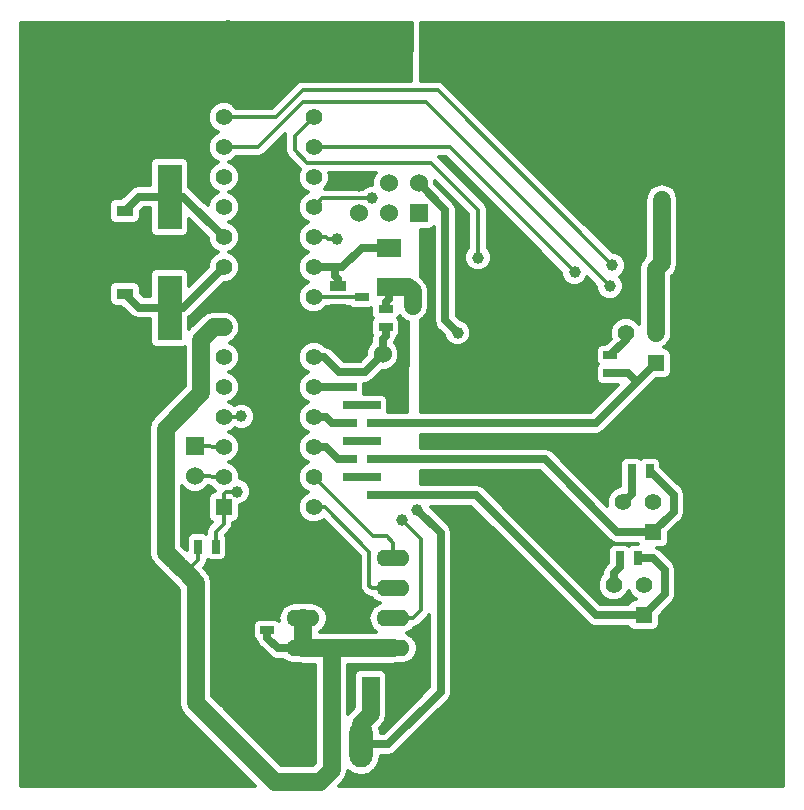
<source format=gbl>
G04 (created by PCBNEW (2013-jul-07)-stable) date pią, 2 gru 2016, 03:56:08*
%MOIN*%
G04 Gerber Fmt 3.4, Leading zero omitted, Abs format*
%FSLAX34Y34*%
G01*
G70*
G90*
G04 APERTURE LIST*
%ADD10C,0.00393701*%
%ADD11C,0.055*%
%ADD12R,0.055X0.055*%
%ADD13R,0.08X0.06*%
%ADD14R,0.06X0.08*%
%ADD15R,0.055X0.035*%
%ADD16R,0.045X0.025*%
%ADD17R,0.025X0.045*%
%ADD18R,0.0787X0.2165*%
%ADD19R,0.06X0.06*%
%ADD20C,0.06*%
%ADD21O,0.11X0.055*%
%ADD22O,0.078X0.156*%
%ADD23C,0.0354331*%
%ADD24C,0.0393701*%
%ADD25C,0.025*%
%ADD26C,0.0590551*%
%ADD27C,0.014*%
%ADD28C,0.011811*%
G04 APERTURE END LIST*
G54D10*
G54D11*
X78900Y-46900D03*
X78900Y-45900D03*
X78900Y-44900D03*
X78900Y-43900D03*
X78900Y-42900D03*
X78900Y-41900D03*
X78900Y-40900D03*
X78900Y-39900D03*
X78900Y-38900D03*
X78900Y-37900D03*
X78900Y-36900D03*
X78900Y-35900D03*
X78900Y-34900D03*
G54D12*
X78900Y-47900D03*
G54D11*
X81900Y-34900D03*
X81900Y-35900D03*
X81900Y-36900D03*
X81900Y-37900D03*
X81900Y-38900D03*
X81900Y-39900D03*
X81900Y-40900D03*
X81900Y-41900D03*
X81900Y-42900D03*
X81900Y-43900D03*
X81900Y-44900D03*
X81900Y-45900D03*
X81900Y-46900D03*
X81900Y-47900D03*
G54D12*
X93300Y-43100D03*
G54D11*
X93300Y-42100D03*
X92300Y-42100D03*
G54D12*
X93216Y-48728D03*
G54D11*
X93216Y-47728D03*
X92216Y-47728D03*
G54D12*
X92900Y-51500D03*
G54D11*
X92900Y-50500D03*
X91900Y-50500D03*
G54D13*
X84400Y-40550D03*
X84400Y-39250D03*
G54D14*
X83800Y-53950D03*
X82500Y-53950D03*
G54D15*
X75600Y-38025D03*
X75600Y-38775D03*
X75600Y-40775D03*
X75600Y-40025D03*
G54D16*
X91779Y-43436D03*
X91779Y-42836D03*
G54D17*
X93100Y-46700D03*
X92500Y-46700D03*
G54D16*
X83100Y-43900D03*
X83100Y-44500D03*
X83500Y-40900D03*
X83500Y-41500D03*
X83100Y-45100D03*
X83100Y-45700D03*
X83900Y-46300D03*
X83900Y-45700D03*
X83900Y-45100D03*
X83900Y-44500D03*
X80350Y-52000D03*
X80350Y-51400D03*
G54D17*
X78646Y-49212D03*
X78046Y-49212D03*
G54D16*
X84300Y-41900D03*
X84300Y-41300D03*
G54D17*
X92700Y-49600D03*
X92100Y-49600D03*
G54D16*
X83100Y-46300D03*
X83100Y-46900D03*
X83900Y-47500D03*
X83900Y-46900D03*
G54D18*
X77100Y-37550D03*
X77100Y-41250D03*
G54D19*
X85400Y-38100D03*
G54D20*
X85400Y-37100D03*
X84400Y-38100D03*
X84400Y-37100D03*
X83400Y-38100D03*
X83400Y-37100D03*
G54D19*
X77952Y-45850D03*
G54D20*
X77952Y-46850D03*
X77952Y-47850D03*
G54D19*
X83200Y-42800D03*
G54D20*
X84200Y-42800D03*
G54D21*
X81550Y-52600D03*
X81550Y-51600D03*
X81550Y-50600D03*
X81550Y-49600D03*
X84550Y-49600D03*
X84550Y-50600D03*
X84550Y-51600D03*
X84550Y-52600D03*
G54D22*
X83490Y-55800D03*
X81510Y-55800D03*
G54D15*
X82700Y-40525D03*
X82700Y-41275D03*
G54D23*
X89527Y-36692D03*
X78031Y-38818D03*
X78051Y-36515D03*
X88661Y-54330D03*
X73779Y-55275D03*
X77165Y-55118D03*
X79133Y-56889D03*
X80118Y-53937D03*
X75000Y-52362D03*
X72637Y-50393D03*
X76968Y-50787D03*
X79133Y-50787D03*
X83228Y-51417D03*
X84724Y-54330D03*
X86023Y-55708D03*
X87086Y-54015D03*
X85511Y-52125D03*
X88818Y-50944D03*
X88976Y-52519D03*
X91259Y-52598D03*
X93622Y-52125D03*
X91732Y-55708D03*
X90748Y-56692D03*
X93858Y-56929D03*
X97007Y-56377D03*
X95472Y-55511D03*
X95196Y-53937D03*
X96259Y-52755D03*
X97322Y-51417D03*
X94488Y-50000D03*
X94566Y-47007D03*
X89842Y-47480D03*
X87952Y-47007D03*
X90629Y-46062D03*
X85748Y-46850D03*
X85905Y-45669D03*
X80629Y-48425D03*
X76141Y-46456D03*
X74606Y-48228D03*
X72834Y-46259D03*
X72440Y-34409D03*
X72519Y-37716D03*
X72519Y-42440D03*
X74015Y-42440D03*
X75275Y-41732D03*
X74960Y-39212D03*
X76062Y-36929D03*
X75039Y-35905D03*
X73779Y-39133D03*
X73937Y-34960D03*
X74409Y-32125D03*
X75748Y-33149D03*
X76929Y-34488D03*
X80236Y-34094D03*
X80708Y-32992D03*
X79055Y-31811D03*
X83937Y-32834D03*
X80708Y-36141D03*
X79685Y-37716D03*
X77952Y-39763D03*
X81181Y-39763D03*
X84094Y-43858D03*
X85984Y-44251D03*
X87322Y-42834D03*
X87244Y-40708D03*
X85826Y-39448D03*
X86692Y-32992D03*
X86456Y-31889D03*
X87007Y-34015D03*
X88188Y-35354D03*
X89921Y-35354D03*
X90472Y-37244D03*
X89527Y-34094D03*
X88818Y-32913D03*
X90708Y-32125D03*
X94881Y-32362D03*
X97007Y-35118D03*
X93070Y-34645D03*
X94645Y-36929D03*
X95590Y-38188D03*
X97244Y-39763D03*
X96377Y-42204D03*
X92598Y-40314D03*
X90393Y-41496D03*
X88897Y-40000D03*
X91417Y-41574D03*
X89921Y-43385D03*
X90787Y-44409D03*
X94094Y-42992D03*
X94881Y-44330D03*
X74094Y-44724D03*
X86850Y-48661D03*
X86614Y-50551D03*
X96377Y-49133D03*
X80944Y-46377D03*
X97401Y-45275D03*
X81102Y-44803D03*
X80944Y-43228D03*
G54D24*
X86700Y-42083D03*
X85361Y-47988D03*
X93511Y-37648D03*
X85200Y-41200D03*
X90598Y-40065D03*
X75600Y-39400D03*
X83855Y-37604D03*
X79348Y-47378D03*
X82684Y-38963D03*
X91857Y-39829D03*
X87379Y-39573D03*
X91779Y-40537D03*
X84850Y-48333D03*
X79495Y-44868D03*
G54D25*
X91779Y-42836D02*
X92300Y-42315D01*
X92300Y-42315D02*
X92300Y-42100D01*
X92500Y-46700D02*
X92500Y-47444D01*
X92500Y-47444D02*
X92216Y-47728D01*
X83490Y-55800D02*
X84391Y-55800D01*
X86287Y-37987D02*
X85400Y-37100D01*
X86287Y-41669D02*
X86287Y-37987D01*
X86700Y-42083D02*
X86287Y-41669D01*
X86129Y-48756D02*
X85361Y-47988D01*
X86129Y-54061D02*
X86129Y-48756D01*
X84391Y-55800D02*
X86129Y-54061D01*
X91900Y-50500D02*
X91900Y-50100D01*
X92100Y-49900D02*
X92100Y-49600D01*
X91900Y-50100D02*
X92100Y-49900D01*
G54D26*
X83490Y-55800D02*
X83490Y-55110D01*
X83800Y-54800D02*
X83800Y-53950D01*
X83490Y-55110D02*
X83800Y-54800D01*
X93300Y-39962D02*
X93300Y-42100D01*
X93511Y-39750D02*
X93300Y-39962D01*
X93511Y-37648D02*
X93511Y-39750D01*
G54D27*
X81900Y-40900D02*
X83500Y-40900D01*
G54D25*
X82700Y-40525D02*
X82700Y-40300D01*
X82598Y-40198D02*
X82598Y-39900D01*
X82700Y-40300D02*
X82598Y-40198D01*
X81900Y-39900D02*
X82598Y-39900D01*
X82598Y-39900D02*
X82855Y-39900D01*
X83505Y-39250D02*
X84400Y-39250D01*
X82855Y-39900D02*
X83505Y-39250D01*
G54D26*
X81550Y-51600D02*
X81550Y-52600D01*
X78570Y-55020D02*
X77970Y-54420D01*
X77970Y-50410D02*
X77629Y-50070D01*
X77970Y-54420D02*
X77970Y-50410D01*
G54D27*
X78046Y-49212D02*
X78046Y-49653D01*
X78046Y-49653D02*
X77629Y-50070D01*
G54D25*
X80350Y-52000D02*
X80350Y-52250D01*
X80700Y-52600D02*
X81550Y-52600D01*
X80350Y-52250D02*
X80700Y-52600D01*
G54D26*
X82500Y-53950D02*
X82500Y-52600D01*
X81550Y-52600D02*
X82500Y-52600D01*
X82500Y-52600D02*
X84550Y-52600D01*
X82500Y-53950D02*
X82500Y-56650D01*
X82500Y-56650D02*
X82100Y-57050D01*
X82100Y-57050D02*
X80600Y-57050D01*
X80600Y-57050D02*
X78570Y-55020D01*
X78570Y-55020D02*
X78543Y-54993D01*
X77362Y-49803D02*
X77329Y-49770D01*
X77362Y-49803D02*
X77629Y-50070D01*
X78900Y-41900D02*
X78572Y-41900D01*
X76968Y-49409D02*
X77329Y-49770D01*
X76968Y-45275D02*
X76968Y-49409D01*
X78149Y-44094D02*
X76968Y-45275D01*
X78149Y-42322D02*
X78149Y-44094D01*
X78572Y-41900D02*
X78149Y-42322D01*
G54D25*
X84300Y-41300D02*
X84300Y-41050D01*
X84400Y-40950D02*
X84400Y-40550D01*
X84300Y-41050D02*
X84400Y-40950D01*
G54D26*
X85050Y-40550D02*
X84400Y-40550D01*
X85200Y-40700D02*
X85050Y-40550D01*
X85200Y-41200D02*
X85200Y-40700D01*
G54D27*
X86432Y-35900D02*
X81900Y-35900D01*
X90598Y-40065D02*
X86432Y-35900D01*
G54D25*
X82251Y-41900D02*
X82251Y-41723D01*
X82251Y-41723D02*
X82700Y-41275D01*
G54D26*
X81900Y-41900D02*
X81200Y-41900D01*
X80900Y-42200D02*
X80200Y-42200D01*
X81200Y-41900D02*
X80900Y-42200D01*
X81900Y-41900D02*
X82251Y-41900D01*
X82251Y-41900D02*
X82300Y-41900D01*
X82300Y-41900D02*
X83200Y-42800D01*
G54D25*
X80350Y-51400D02*
X80350Y-50600D01*
X80350Y-50600D02*
X80350Y-50650D01*
X80350Y-50650D02*
X80350Y-50600D01*
G54D26*
X81550Y-50600D02*
X80350Y-50600D01*
X80350Y-50600D02*
X79300Y-50600D01*
X81550Y-49600D02*
X81550Y-50600D01*
X78900Y-40900D02*
X79876Y-40900D01*
X79876Y-40900D02*
X80200Y-41223D01*
X80200Y-41223D02*
X80200Y-42200D01*
X79300Y-54500D02*
X79300Y-50600D01*
X81510Y-55800D02*
X80600Y-55800D01*
X80600Y-55800D02*
X79300Y-54500D01*
X79300Y-50600D02*
X79300Y-48800D01*
X80200Y-47900D02*
X80200Y-42200D01*
X79300Y-48800D02*
X80200Y-47900D01*
G54D25*
X75600Y-39400D02*
X75600Y-40025D01*
X75600Y-38775D02*
X75600Y-39400D01*
G54D27*
X82195Y-37604D02*
X81900Y-37900D01*
X82674Y-37604D02*
X82195Y-37604D01*
X83855Y-37604D02*
X82674Y-37604D01*
X78900Y-47462D02*
X78900Y-47900D01*
X79348Y-47378D02*
X78983Y-47378D01*
X78983Y-47378D02*
X78900Y-47462D01*
X78646Y-49212D02*
X78646Y-48715D01*
X78900Y-48462D02*
X78900Y-47900D01*
X78646Y-48715D02*
X78900Y-48462D01*
X82326Y-38900D02*
X81900Y-38900D01*
X82389Y-38963D02*
X82326Y-38900D01*
X82684Y-38963D02*
X82389Y-38963D01*
X78900Y-34900D02*
X80645Y-34900D01*
X86031Y-34002D02*
X91857Y-39829D01*
X81542Y-34002D02*
X86031Y-34002D01*
X80645Y-34900D02*
X81542Y-34002D01*
G54D25*
X84300Y-41900D02*
X84300Y-42190D01*
X84200Y-42290D02*
X84200Y-42800D01*
X84300Y-42190D02*
X84200Y-42290D01*
X81900Y-42900D02*
X82250Y-42900D01*
X83600Y-43400D02*
X84200Y-42800D01*
X82750Y-43400D02*
X83600Y-43400D01*
X82250Y-42900D02*
X82750Y-43400D01*
X81900Y-45900D02*
X82300Y-45900D01*
X82700Y-46300D02*
X83100Y-46300D01*
X82300Y-45900D02*
X82700Y-46300D01*
X81900Y-44900D02*
X82300Y-44900D01*
X82500Y-45100D02*
X83100Y-45100D01*
X82300Y-44900D02*
X82500Y-45100D01*
X81900Y-43900D02*
X82400Y-43900D01*
X82400Y-43900D02*
X83100Y-43900D01*
X75600Y-38025D02*
X76075Y-37550D01*
X76075Y-37550D02*
X77100Y-37550D01*
X78900Y-38900D02*
X77550Y-37550D01*
X77550Y-37550D02*
X77100Y-37550D01*
X93100Y-46700D02*
X93900Y-47500D01*
X93900Y-48044D02*
X93216Y-48728D01*
X93900Y-47500D02*
X93900Y-48044D01*
X83900Y-46300D02*
X89600Y-46300D01*
X92028Y-48728D02*
X93216Y-48728D01*
X89600Y-46300D02*
X92028Y-48728D01*
X92700Y-49600D02*
X93200Y-49600D01*
X93600Y-50800D02*
X92900Y-51500D01*
X93600Y-50000D02*
X93600Y-50800D01*
X93200Y-49600D02*
X93600Y-50000D01*
X83900Y-47500D02*
X87300Y-47500D01*
X91300Y-51500D02*
X92900Y-51500D01*
X87300Y-47500D02*
X91300Y-51500D01*
X83100Y-46900D02*
X83900Y-46900D01*
X83100Y-45700D02*
X83900Y-45700D01*
X83100Y-44500D02*
X83900Y-44500D01*
X75600Y-40775D02*
X76075Y-41250D01*
X76075Y-41250D02*
X77100Y-41250D01*
X78900Y-39900D02*
X77550Y-41250D01*
X77550Y-41250D02*
X77100Y-41250D01*
X92678Y-43721D02*
X92394Y-43436D01*
X92394Y-43436D02*
X91779Y-43436D01*
X83900Y-45100D02*
X91300Y-45100D01*
X91300Y-45100D02*
X92678Y-43721D01*
X92678Y-43721D02*
X93300Y-43100D01*
G54D27*
X81900Y-34900D02*
X81267Y-35532D01*
X87379Y-37988D02*
X87379Y-39573D01*
X85804Y-36413D02*
X87379Y-37988D01*
X81680Y-36413D02*
X85804Y-36413D01*
X81267Y-36000D02*
X81680Y-36413D01*
X81267Y-35532D02*
X81267Y-36000D01*
X77952Y-46850D02*
X78450Y-46850D01*
X78500Y-46900D02*
X78900Y-46900D01*
X78450Y-46850D02*
X78500Y-46900D01*
X84550Y-50600D02*
X83850Y-50600D01*
X82280Y-47900D02*
X81900Y-47900D01*
X83760Y-49380D02*
X82280Y-47900D01*
X83760Y-50510D02*
X83760Y-49380D01*
X83850Y-50600D02*
X83760Y-50510D01*
X81900Y-46900D02*
X83870Y-48870D01*
X84550Y-49080D02*
X84550Y-49600D01*
X84340Y-48870D02*
X84550Y-49080D01*
X83870Y-48870D02*
X84340Y-48870D01*
X78900Y-35900D02*
X80039Y-35900D01*
X85637Y-34396D02*
X91779Y-40537D01*
X81542Y-34396D02*
X85637Y-34396D01*
X80039Y-35900D02*
X81542Y-34396D01*
X77952Y-45850D02*
X78450Y-45850D01*
X78500Y-45900D02*
X78900Y-45900D01*
X78450Y-45850D02*
X78500Y-45900D01*
X85205Y-51600D02*
X85479Y-51325D01*
X85479Y-51325D02*
X85479Y-48963D01*
X85479Y-48963D02*
X84850Y-48333D01*
X79495Y-44868D02*
X79464Y-44900D01*
X78900Y-44900D02*
X79464Y-44900D01*
X85205Y-51600D02*
X84550Y-51600D01*
G54D10*
G36*
X78596Y-47347D02*
X78592Y-47369D01*
X78574Y-47369D01*
X78480Y-47407D01*
X78408Y-47479D01*
X78369Y-47573D01*
X78369Y-47675D01*
X78369Y-48225D01*
X78407Y-48319D01*
X78479Y-48391D01*
X78500Y-48400D01*
X78416Y-48485D01*
X78345Y-48591D01*
X78320Y-48715D01*
X78320Y-48774D01*
X78316Y-48770D01*
X78222Y-48731D01*
X78120Y-48731D01*
X77870Y-48731D01*
X77776Y-48770D01*
X77704Y-48842D01*
X77665Y-48936D01*
X77665Y-49038D01*
X77665Y-49326D01*
X77519Y-49181D01*
X77519Y-47203D01*
X77637Y-47321D01*
X77841Y-47406D01*
X78062Y-47406D01*
X78267Y-47321D01*
X78386Y-47203D01*
X78386Y-47203D01*
X78469Y-47219D01*
X78596Y-47347D01*
X78596Y-47347D01*
G37*
G54D28*
X78596Y-47347D02*
X78592Y-47369D01*
X78574Y-47369D01*
X78480Y-47407D01*
X78408Y-47479D01*
X78369Y-47573D01*
X78369Y-47675D01*
X78369Y-48225D01*
X78407Y-48319D01*
X78479Y-48391D01*
X78500Y-48400D01*
X78416Y-48485D01*
X78345Y-48591D01*
X78320Y-48715D01*
X78320Y-48774D01*
X78316Y-48770D01*
X78222Y-48731D01*
X78120Y-48731D01*
X77870Y-48731D01*
X77776Y-48770D01*
X77704Y-48842D01*
X77665Y-48936D01*
X77665Y-49038D01*
X77665Y-49326D01*
X77519Y-49181D01*
X77519Y-47203D01*
X77637Y-47321D01*
X77841Y-47406D01*
X78062Y-47406D01*
X78267Y-47321D01*
X78386Y-47203D01*
X78386Y-47203D01*
X78469Y-47219D01*
X78596Y-47347D01*
G54D10*
G36*
X83973Y-36739D02*
X83929Y-36784D01*
X83844Y-36988D01*
X83844Y-37152D01*
X83766Y-37152D01*
X83599Y-37220D01*
X83541Y-37279D01*
X82674Y-37279D01*
X82271Y-37279D01*
X82349Y-37201D01*
X82430Y-37006D01*
X82430Y-36794D01*
X82408Y-36739D01*
X83973Y-36739D01*
X83973Y-36739D01*
G37*
G54D28*
X83973Y-36739D02*
X83929Y-36784D01*
X83844Y-36988D01*
X83844Y-37152D01*
X83766Y-37152D01*
X83599Y-37220D01*
X83541Y-37279D01*
X82674Y-37279D01*
X82271Y-37279D01*
X82349Y-37201D01*
X82430Y-37006D01*
X82430Y-36794D01*
X82408Y-36739D01*
X83973Y-36739D01*
G54D10*
G36*
X84103Y-51100D02*
X84056Y-51109D01*
X83883Y-51224D01*
X83768Y-51396D01*
X83728Y-51600D01*
X83768Y-51803D01*
X83883Y-51975D01*
X83993Y-52048D01*
X82500Y-52048D01*
X82106Y-52048D01*
X82216Y-51975D01*
X82331Y-51803D01*
X82371Y-51600D01*
X82331Y-51396D01*
X82216Y-51224D01*
X82043Y-51109D01*
X81840Y-51069D01*
X81651Y-51069D01*
X81550Y-51048D01*
X81448Y-51069D01*
X81259Y-51069D01*
X81056Y-51109D01*
X80883Y-51224D01*
X80768Y-51396D01*
X80728Y-51600D01*
X80744Y-51682D01*
X80720Y-51658D01*
X80626Y-51619D01*
X80524Y-51619D01*
X80074Y-51619D01*
X79980Y-51657D01*
X79908Y-51729D01*
X79869Y-51823D01*
X79869Y-51925D01*
X79869Y-52175D01*
X79907Y-52269D01*
X79979Y-52341D01*
X79988Y-52345D01*
X79998Y-52395D01*
X80080Y-52519D01*
X80430Y-52869D01*
X80430Y-52869D01*
X80554Y-52951D01*
X80554Y-52951D01*
X80671Y-52975D01*
X80699Y-52980D01*
X80699Y-52980D01*
X80700Y-52980D01*
X80892Y-52980D01*
X81056Y-53090D01*
X81259Y-53130D01*
X81448Y-53130D01*
X81550Y-53151D01*
X81948Y-53151D01*
X81948Y-53487D01*
X81944Y-53498D01*
X81944Y-53600D01*
X81944Y-54400D01*
X81948Y-54412D01*
X81948Y-56421D01*
X81871Y-56498D01*
X80828Y-56498D01*
X78959Y-54630D01*
X78959Y-54630D01*
X78959Y-54630D01*
X78933Y-54603D01*
X78521Y-54191D01*
X78521Y-50410D01*
X78521Y-50410D01*
X78479Y-50200D01*
X78359Y-50021D01*
X78359Y-50021D01*
X78249Y-49911D01*
X78276Y-49883D01*
X78347Y-49778D01*
X78372Y-49653D01*
X78372Y-49650D01*
X78376Y-49654D01*
X78470Y-49693D01*
X78572Y-49693D01*
X78822Y-49693D01*
X78916Y-49654D01*
X78988Y-49582D01*
X79027Y-49488D01*
X79027Y-49386D01*
X79027Y-48936D01*
X78988Y-48842D01*
X78984Y-48838D01*
X79130Y-48692D01*
X79201Y-48586D01*
X79201Y-48586D01*
X79225Y-48462D01*
X79225Y-48430D01*
X79319Y-48392D01*
X79391Y-48320D01*
X79430Y-48226D01*
X79430Y-48124D01*
X79430Y-47831D01*
X79437Y-47831D01*
X79604Y-47762D01*
X79731Y-47635D01*
X79800Y-47468D01*
X79800Y-47288D01*
X79732Y-47122D01*
X79604Y-46994D01*
X79438Y-46925D01*
X79430Y-46925D01*
X79430Y-46794D01*
X79350Y-46599D01*
X79201Y-46450D01*
X79080Y-46399D01*
X79200Y-46350D01*
X79349Y-46201D01*
X79430Y-46006D01*
X79430Y-45794D01*
X79350Y-45599D01*
X79201Y-45450D01*
X79080Y-45399D01*
X79200Y-45350D01*
X79281Y-45269D01*
X79405Y-45321D01*
X79585Y-45321D01*
X79751Y-45252D01*
X79879Y-45125D01*
X79948Y-44959D01*
X79948Y-44779D01*
X79879Y-44612D01*
X79752Y-44485D01*
X79586Y-44416D01*
X79406Y-44415D01*
X79239Y-44484D01*
X79237Y-44486D01*
X79201Y-44450D01*
X79080Y-44399D01*
X79200Y-44350D01*
X79349Y-44201D01*
X79430Y-44006D01*
X79430Y-43794D01*
X79350Y-43599D01*
X79201Y-43450D01*
X79080Y-43399D01*
X79200Y-43350D01*
X79349Y-43201D01*
X79430Y-43006D01*
X79430Y-42794D01*
X79350Y-42599D01*
X79201Y-42450D01*
X79105Y-42410D01*
X79110Y-42409D01*
X79196Y-42351D01*
X79200Y-42350D01*
X79202Y-42347D01*
X79289Y-42289D01*
X79347Y-42203D01*
X79349Y-42201D01*
X79351Y-42197D01*
X79409Y-42110D01*
X79429Y-42009D01*
X79430Y-42006D01*
X79430Y-42002D01*
X79451Y-41900D01*
X79430Y-41798D01*
X79430Y-41794D01*
X79429Y-41791D01*
X79409Y-41689D01*
X79351Y-41603D01*
X79350Y-41599D01*
X79347Y-41597D01*
X79289Y-41510D01*
X79203Y-41452D01*
X79201Y-41450D01*
X79197Y-41448D01*
X79110Y-41390D01*
X79009Y-41370D01*
X79006Y-41369D01*
X79002Y-41369D01*
X78900Y-41348D01*
X78572Y-41348D01*
X78361Y-41390D01*
X78182Y-41510D01*
X77759Y-41933D01*
X77749Y-41948D01*
X77749Y-41566D01*
X77819Y-41519D01*
X78907Y-40430D01*
X79005Y-40430D01*
X79200Y-40350D01*
X79349Y-40201D01*
X79430Y-40006D01*
X79430Y-39794D01*
X79350Y-39599D01*
X79201Y-39450D01*
X79080Y-39399D01*
X79200Y-39350D01*
X79349Y-39201D01*
X79430Y-39006D01*
X79430Y-38794D01*
X79350Y-38599D01*
X79201Y-38450D01*
X79080Y-38399D01*
X79200Y-38350D01*
X79349Y-38201D01*
X79430Y-38006D01*
X79430Y-37794D01*
X79350Y-37599D01*
X79201Y-37450D01*
X79080Y-37399D01*
X79200Y-37350D01*
X79349Y-37201D01*
X79430Y-37006D01*
X79430Y-36794D01*
X79350Y-36599D01*
X79201Y-36450D01*
X79080Y-36399D01*
X79200Y-36350D01*
X79324Y-36225D01*
X80039Y-36225D01*
X80163Y-36201D01*
X80269Y-36130D01*
X80959Y-35440D01*
X80941Y-35532D01*
X80941Y-36000D01*
X80966Y-36125D01*
X81036Y-36231D01*
X81436Y-36631D01*
X81369Y-36793D01*
X81369Y-37005D01*
X81449Y-37200D01*
X81598Y-37349D01*
X81719Y-37400D01*
X81599Y-37449D01*
X81450Y-37598D01*
X81369Y-37793D01*
X81369Y-38005D01*
X81449Y-38200D01*
X81598Y-38349D01*
X81719Y-38400D01*
X81599Y-38449D01*
X81450Y-38598D01*
X81369Y-38793D01*
X81369Y-39005D01*
X81449Y-39200D01*
X81598Y-39349D01*
X81719Y-39400D01*
X81599Y-39449D01*
X81450Y-39598D01*
X81369Y-39793D01*
X81369Y-40005D01*
X81449Y-40200D01*
X81598Y-40349D01*
X81719Y-40400D01*
X81599Y-40449D01*
X81450Y-40598D01*
X81369Y-40793D01*
X81369Y-41005D01*
X81449Y-41200D01*
X81598Y-41349D01*
X81793Y-41430D01*
X82005Y-41430D01*
X82200Y-41350D01*
X82324Y-41225D01*
X83113Y-41225D01*
X83129Y-41241D01*
X83223Y-41280D01*
X83325Y-41280D01*
X83775Y-41280D01*
X83819Y-41263D01*
X83819Y-41475D01*
X83857Y-41569D01*
X83888Y-41599D01*
X83858Y-41629D01*
X83819Y-41723D01*
X83819Y-41825D01*
X83819Y-42075D01*
X83847Y-42145D01*
X83819Y-42290D01*
X83819Y-42394D01*
X83729Y-42484D01*
X83644Y-42688D01*
X83644Y-42817D01*
X83442Y-43019D01*
X82907Y-43019D01*
X82519Y-42630D01*
X82395Y-42548D01*
X82274Y-42524D01*
X82201Y-42450D01*
X82006Y-42369D01*
X81794Y-42369D01*
X81599Y-42449D01*
X81450Y-42598D01*
X81369Y-42793D01*
X81369Y-43005D01*
X81449Y-43200D01*
X81598Y-43349D01*
X81719Y-43400D01*
X81599Y-43449D01*
X81450Y-43598D01*
X81369Y-43793D01*
X81369Y-44005D01*
X81449Y-44200D01*
X81598Y-44349D01*
X81719Y-44400D01*
X81599Y-44449D01*
X81450Y-44598D01*
X81369Y-44793D01*
X81369Y-45005D01*
X81449Y-45200D01*
X81598Y-45349D01*
X81719Y-45400D01*
X81599Y-45449D01*
X81450Y-45598D01*
X81369Y-45793D01*
X81369Y-46005D01*
X81449Y-46200D01*
X81598Y-46349D01*
X81719Y-46400D01*
X81599Y-46449D01*
X81450Y-46598D01*
X81369Y-46793D01*
X81369Y-47005D01*
X81449Y-47200D01*
X81598Y-47349D01*
X81719Y-47400D01*
X81599Y-47449D01*
X81450Y-47598D01*
X81369Y-47793D01*
X81369Y-48005D01*
X81449Y-48200D01*
X81598Y-48349D01*
X81793Y-48430D01*
X82005Y-48430D01*
X82200Y-48350D01*
X82234Y-48315D01*
X83434Y-49514D01*
X83434Y-50510D01*
X83458Y-50634D01*
X83529Y-50740D01*
X83619Y-50830D01*
X83725Y-50901D01*
X83850Y-50925D01*
X83850Y-50925D01*
X83883Y-50975D01*
X84056Y-51090D01*
X84103Y-51100D01*
X84103Y-51100D01*
G37*
G54D28*
X84103Y-51100D02*
X84056Y-51109D01*
X83883Y-51224D01*
X83768Y-51396D01*
X83728Y-51600D01*
X83768Y-51803D01*
X83883Y-51975D01*
X83993Y-52048D01*
X82500Y-52048D01*
X82106Y-52048D01*
X82216Y-51975D01*
X82331Y-51803D01*
X82371Y-51600D01*
X82331Y-51396D01*
X82216Y-51224D01*
X82043Y-51109D01*
X81840Y-51069D01*
X81651Y-51069D01*
X81550Y-51048D01*
X81448Y-51069D01*
X81259Y-51069D01*
X81056Y-51109D01*
X80883Y-51224D01*
X80768Y-51396D01*
X80728Y-51600D01*
X80744Y-51682D01*
X80720Y-51658D01*
X80626Y-51619D01*
X80524Y-51619D01*
X80074Y-51619D01*
X79980Y-51657D01*
X79908Y-51729D01*
X79869Y-51823D01*
X79869Y-51925D01*
X79869Y-52175D01*
X79907Y-52269D01*
X79979Y-52341D01*
X79988Y-52345D01*
X79998Y-52395D01*
X80080Y-52519D01*
X80430Y-52869D01*
X80430Y-52869D01*
X80554Y-52951D01*
X80554Y-52951D01*
X80671Y-52975D01*
X80699Y-52980D01*
X80699Y-52980D01*
X80700Y-52980D01*
X80892Y-52980D01*
X81056Y-53090D01*
X81259Y-53130D01*
X81448Y-53130D01*
X81550Y-53151D01*
X81948Y-53151D01*
X81948Y-53487D01*
X81944Y-53498D01*
X81944Y-53600D01*
X81944Y-54400D01*
X81948Y-54412D01*
X81948Y-56421D01*
X81871Y-56498D01*
X80828Y-56498D01*
X78959Y-54630D01*
X78959Y-54630D01*
X78959Y-54630D01*
X78933Y-54603D01*
X78521Y-54191D01*
X78521Y-50410D01*
X78521Y-50410D01*
X78479Y-50200D01*
X78359Y-50021D01*
X78359Y-50021D01*
X78249Y-49911D01*
X78276Y-49883D01*
X78347Y-49778D01*
X78372Y-49653D01*
X78372Y-49650D01*
X78376Y-49654D01*
X78470Y-49693D01*
X78572Y-49693D01*
X78822Y-49693D01*
X78916Y-49654D01*
X78988Y-49582D01*
X79027Y-49488D01*
X79027Y-49386D01*
X79027Y-48936D01*
X78988Y-48842D01*
X78984Y-48838D01*
X79130Y-48692D01*
X79201Y-48586D01*
X79201Y-48586D01*
X79225Y-48462D01*
X79225Y-48430D01*
X79319Y-48392D01*
X79391Y-48320D01*
X79430Y-48226D01*
X79430Y-48124D01*
X79430Y-47831D01*
X79437Y-47831D01*
X79604Y-47762D01*
X79731Y-47635D01*
X79800Y-47468D01*
X79800Y-47288D01*
X79732Y-47122D01*
X79604Y-46994D01*
X79438Y-46925D01*
X79430Y-46925D01*
X79430Y-46794D01*
X79350Y-46599D01*
X79201Y-46450D01*
X79080Y-46399D01*
X79200Y-46350D01*
X79349Y-46201D01*
X79430Y-46006D01*
X79430Y-45794D01*
X79350Y-45599D01*
X79201Y-45450D01*
X79080Y-45399D01*
X79200Y-45350D01*
X79281Y-45269D01*
X79405Y-45321D01*
X79585Y-45321D01*
X79751Y-45252D01*
X79879Y-45125D01*
X79948Y-44959D01*
X79948Y-44779D01*
X79879Y-44612D01*
X79752Y-44485D01*
X79586Y-44416D01*
X79406Y-44415D01*
X79239Y-44484D01*
X79237Y-44486D01*
X79201Y-44450D01*
X79080Y-44399D01*
X79200Y-44350D01*
X79349Y-44201D01*
X79430Y-44006D01*
X79430Y-43794D01*
X79350Y-43599D01*
X79201Y-43450D01*
X79080Y-43399D01*
X79200Y-43350D01*
X79349Y-43201D01*
X79430Y-43006D01*
X79430Y-42794D01*
X79350Y-42599D01*
X79201Y-42450D01*
X79105Y-42410D01*
X79110Y-42409D01*
X79196Y-42351D01*
X79200Y-42350D01*
X79202Y-42347D01*
X79289Y-42289D01*
X79347Y-42203D01*
X79349Y-42201D01*
X79351Y-42197D01*
X79409Y-42110D01*
X79429Y-42009D01*
X79430Y-42006D01*
X79430Y-42002D01*
X79451Y-41900D01*
X79430Y-41798D01*
X79430Y-41794D01*
X79429Y-41791D01*
X79409Y-41689D01*
X79351Y-41603D01*
X79350Y-41599D01*
X79347Y-41597D01*
X79289Y-41510D01*
X79203Y-41452D01*
X79201Y-41450D01*
X79197Y-41448D01*
X79110Y-41390D01*
X79009Y-41370D01*
X79006Y-41369D01*
X79002Y-41369D01*
X78900Y-41348D01*
X78572Y-41348D01*
X78361Y-41390D01*
X78182Y-41510D01*
X77759Y-41933D01*
X77749Y-41948D01*
X77749Y-41566D01*
X77819Y-41519D01*
X78907Y-40430D01*
X79005Y-40430D01*
X79200Y-40350D01*
X79349Y-40201D01*
X79430Y-40006D01*
X79430Y-39794D01*
X79350Y-39599D01*
X79201Y-39450D01*
X79080Y-39399D01*
X79200Y-39350D01*
X79349Y-39201D01*
X79430Y-39006D01*
X79430Y-38794D01*
X79350Y-38599D01*
X79201Y-38450D01*
X79080Y-38399D01*
X79200Y-38350D01*
X79349Y-38201D01*
X79430Y-38006D01*
X79430Y-37794D01*
X79350Y-37599D01*
X79201Y-37450D01*
X79080Y-37399D01*
X79200Y-37350D01*
X79349Y-37201D01*
X79430Y-37006D01*
X79430Y-36794D01*
X79350Y-36599D01*
X79201Y-36450D01*
X79080Y-36399D01*
X79200Y-36350D01*
X79324Y-36225D01*
X80039Y-36225D01*
X80163Y-36201D01*
X80269Y-36130D01*
X80959Y-35440D01*
X80941Y-35532D01*
X80941Y-36000D01*
X80966Y-36125D01*
X81036Y-36231D01*
X81436Y-36631D01*
X81369Y-36793D01*
X81369Y-37005D01*
X81449Y-37200D01*
X81598Y-37349D01*
X81719Y-37400D01*
X81599Y-37449D01*
X81450Y-37598D01*
X81369Y-37793D01*
X81369Y-38005D01*
X81449Y-38200D01*
X81598Y-38349D01*
X81719Y-38400D01*
X81599Y-38449D01*
X81450Y-38598D01*
X81369Y-38793D01*
X81369Y-39005D01*
X81449Y-39200D01*
X81598Y-39349D01*
X81719Y-39400D01*
X81599Y-39449D01*
X81450Y-39598D01*
X81369Y-39793D01*
X81369Y-40005D01*
X81449Y-40200D01*
X81598Y-40349D01*
X81719Y-40400D01*
X81599Y-40449D01*
X81450Y-40598D01*
X81369Y-40793D01*
X81369Y-41005D01*
X81449Y-41200D01*
X81598Y-41349D01*
X81793Y-41430D01*
X82005Y-41430D01*
X82200Y-41350D01*
X82324Y-41225D01*
X83113Y-41225D01*
X83129Y-41241D01*
X83223Y-41280D01*
X83325Y-41280D01*
X83775Y-41280D01*
X83819Y-41263D01*
X83819Y-41475D01*
X83857Y-41569D01*
X83888Y-41599D01*
X83858Y-41629D01*
X83819Y-41723D01*
X83819Y-41825D01*
X83819Y-42075D01*
X83847Y-42145D01*
X83819Y-42290D01*
X83819Y-42394D01*
X83729Y-42484D01*
X83644Y-42688D01*
X83644Y-42817D01*
X83442Y-43019D01*
X82907Y-43019D01*
X82519Y-42630D01*
X82395Y-42548D01*
X82274Y-42524D01*
X82201Y-42450D01*
X82006Y-42369D01*
X81794Y-42369D01*
X81599Y-42449D01*
X81450Y-42598D01*
X81369Y-42793D01*
X81369Y-43005D01*
X81449Y-43200D01*
X81598Y-43349D01*
X81719Y-43400D01*
X81599Y-43449D01*
X81450Y-43598D01*
X81369Y-43793D01*
X81369Y-44005D01*
X81449Y-44200D01*
X81598Y-44349D01*
X81719Y-44400D01*
X81599Y-44449D01*
X81450Y-44598D01*
X81369Y-44793D01*
X81369Y-45005D01*
X81449Y-45200D01*
X81598Y-45349D01*
X81719Y-45400D01*
X81599Y-45449D01*
X81450Y-45598D01*
X81369Y-45793D01*
X81369Y-46005D01*
X81449Y-46200D01*
X81598Y-46349D01*
X81719Y-46400D01*
X81599Y-46449D01*
X81450Y-46598D01*
X81369Y-46793D01*
X81369Y-47005D01*
X81449Y-47200D01*
X81598Y-47349D01*
X81719Y-47400D01*
X81599Y-47449D01*
X81450Y-47598D01*
X81369Y-47793D01*
X81369Y-48005D01*
X81449Y-48200D01*
X81598Y-48349D01*
X81793Y-48430D01*
X82005Y-48430D01*
X82200Y-48350D01*
X82234Y-48315D01*
X83434Y-49514D01*
X83434Y-50510D01*
X83458Y-50634D01*
X83529Y-50740D01*
X83619Y-50830D01*
X83725Y-50901D01*
X83850Y-50925D01*
X83850Y-50925D01*
X83883Y-50975D01*
X84056Y-51090D01*
X84103Y-51100D01*
G54D10*
G36*
X85053Y-41722D02*
X85017Y-44719D01*
X84363Y-44719D01*
X84380Y-44676D01*
X84380Y-44574D01*
X84380Y-44324D01*
X84342Y-44230D01*
X84270Y-44158D01*
X84176Y-44119D01*
X84074Y-44119D01*
X83624Y-44119D01*
X83624Y-44119D01*
X83563Y-44119D01*
X83580Y-44076D01*
X83580Y-43974D01*
X83580Y-43780D01*
X83600Y-43780D01*
X83745Y-43751D01*
X83869Y-43669D01*
X84182Y-43355D01*
X84310Y-43356D01*
X84514Y-43271D01*
X84670Y-43115D01*
X84755Y-42911D01*
X84756Y-42689D01*
X84671Y-42485D01*
X84599Y-42413D01*
X84651Y-42336D01*
X84670Y-42241D01*
X84741Y-42170D01*
X84780Y-42076D01*
X84780Y-41974D01*
X84780Y-41724D01*
X84742Y-41630D01*
X84711Y-41600D01*
X84741Y-41570D01*
X84763Y-41519D01*
X84810Y-41589D01*
X84989Y-41709D01*
X85053Y-41722D01*
X85053Y-41722D01*
G37*
G54D28*
X85053Y-41722D02*
X85017Y-44719D01*
X84363Y-44719D01*
X84380Y-44676D01*
X84380Y-44574D01*
X84380Y-44324D01*
X84342Y-44230D01*
X84270Y-44158D01*
X84176Y-44119D01*
X84074Y-44119D01*
X83624Y-44119D01*
X83624Y-44119D01*
X83563Y-44119D01*
X83580Y-44076D01*
X83580Y-43974D01*
X83580Y-43780D01*
X83600Y-43780D01*
X83745Y-43751D01*
X83869Y-43669D01*
X84182Y-43355D01*
X84310Y-43356D01*
X84514Y-43271D01*
X84670Y-43115D01*
X84755Y-42911D01*
X84756Y-42689D01*
X84671Y-42485D01*
X84599Y-42413D01*
X84651Y-42336D01*
X84670Y-42241D01*
X84741Y-42170D01*
X84780Y-42076D01*
X84780Y-41974D01*
X84780Y-41724D01*
X84742Y-41630D01*
X84711Y-41600D01*
X84741Y-41570D01*
X84763Y-41519D01*
X84810Y-41589D01*
X84989Y-41709D01*
X85053Y-41722D01*
G54D10*
G36*
X85173Y-31768D02*
X85150Y-33676D01*
X81542Y-33676D01*
X81418Y-33701D01*
X81312Y-33772D01*
X81312Y-33772D01*
X81312Y-33772D01*
X80510Y-34574D01*
X79324Y-34574D01*
X79201Y-34450D01*
X79006Y-34369D01*
X78794Y-34369D01*
X78599Y-34449D01*
X78450Y-34598D01*
X78369Y-34793D01*
X78369Y-35005D01*
X78449Y-35200D01*
X78598Y-35349D01*
X78719Y-35400D01*
X78599Y-35449D01*
X78450Y-35598D01*
X78369Y-35793D01*
X78369Y-36005D01*
X78449Y-36200D01*
X78598Y-36349D01*
X78719Y-36400D01*
X78599Y-36449D01*
X78450Y-36598D01*
X78369Y-36793D01*
X78369Y-37005D01*
X78449Y-37200D01*
X78598Y-37349D01*
X78719Y-37400D01*
X78599Y-37449D01*
X78450Y-37598D01*
X78369Y-37793D01*
X78369Y-37830D01*
X77819Y-37280D01*
X77749Y-37233D01*
X77749Y-36416D01*
X77710Y-36322D01*
X77638Y-36250D01*
X77544Y-36211D01*
X77442Y-36211D01*
X76655Y-36211D01*
X76561Y-36250D01*
X76489Y-36322D01*
X76450Y-36416D01*
X76450Y-36518D01*
X76450Y-37169D01*
X76075Y-37169D01*
X75929Y-37198D01*
X75879Y-37231D01*
X75805Y-37280D01*
X75805Y-37280D01*
X75492Y-37594D01*
X75274Y-37594D01*
X75180Y-37632D01*
X75108Y-37704D01*
X75069Y-37798D01*
X75069Y-37900D01*
X75069Y-38250D01*
X75107Y-38344D01*
X75179Y-38416D01*
X75273Y-38455D01*
X75375Y-38455D01*
X75925Y-38455D01*
X76019Y-38417D01*
X76091Y-38345D01*
X76130Y-38251D01*
X76130Y-38149D01*
X76130Y-38032D01*
X76232Y-37930D01*
X76450Y-37930D01*
X76450Y-38683D01*
X76489Y-38777D01*
X76561Y-38849D01*
X76655Y-38888D01*
X76757Y-38888D01*
X77544Y-38888D01*
X77638Y-38849D01*
X77710Y-38777D01*
X77749Y-38683D01*
X77749Y-38581D01*
X77749Y-38288D01*
X78369Y-38907D01*
X78369Y-39005D01*
X78449Y-39200D01*
X78598Y-39349D01*
X78719Y-39400D01*
X78599Y-39449D01*
X78450Y-39598D01*
X78369Y-39793D01*
X78369Y-39892D01*
X77749Y-40511D01*
X77749Y-40116D01*
X77710Y-40022D01*
X77638Y-39950D01*
X77544Y-39911D01*
X77442Y-39911D01*
X76655Y-39911D01*
X76561Y-39950D01*
X76489Y-40022D01*
X76450Y-40116D01*
X76450Y-40218D01*
X76450Y-40869D01*
X76232Y-40869D01*
X76130Y-40767D01*
X76130Y-40549D01*
X76092Y-40455D01*
X76020Y-40383D01*
X75926Y-40344D01*
X75824Y-40344D01*
X75274Y-40344D01*
X75180Y-40382D01*
X75108Y-40454D01*
X75069Y-40548D01*
X75069Y-40650D01*
X75069Y-41000D01*
X75107Y-41094D01*
X75179Y-41166D01*
X75273Y-41205D01*
X75375Y-41205D01*
X75492Y-41205D01*
X75805Y-41519D01*
X75805Y-41519D01*
X75879Y-41568D01*
X75929Y-41601D01*
X75929Y-41601D01*
X76075Y-41630D01*
X76450Y-41630D01*
X76450Y-42383D01*
X76489Y-42477D01*
X76561Y-42549D01*
X76655Y-42588D01*
X76757Y-42588D01*
X77544Y-42588D01*
X77598Y-42566D01*
X77598Y-43866D01*
X76578Y-44885D01*
X76459Y-45064D01*
X76417Y-45275D01*
X76417Y-49409D01*
X76459Y-49620D01*
X76578Y-49799D01*
X76939Y-50160D01*
X76939Y-50160D01*
X76939Y-50160D01*
X76972Y-50192D01*
X76972Y-50192D01*
X76972Y-50192D01*
X77239Y-50460D01*
X77418Y-50639D01*
X77418Y-54420D01*
X77460Y-54630D01*
X77580Y-54809D01*
X78153Y-55383D01*
X78180Y-55409D01*
X78180Y-55409D01*
X78180Y-55409D01*
X79952Y-57181D01*
X72143Y-57181D01*
X72143Y-31768D01*
X85173Y-31768D01*
X85173Y-31768D01*
G37*
G54D28*
X85173Y-31768D02*
X85150Y-33676D01*
X81542Y-33676D01*
X81418Y-33701D01*
X81312Y-33772D01*
X81312Y-33772D01*
X81312Y-33772D01*
X80510Y-34574D01*
X79324Y-34574D01*
X79201Y-34450D01*
X79006Y-34369D01*
X78794Y-34369D01*
X78599Y-34449D01*
X78450Y-34598D01*
X78369Y-34793D01*
X78369Y-35005D01*
X78449Y-35200D01*
X78598Y-35349D01*
X78719Y-35400D01*
X78599Y-35449D01*
X78450Y-35598D01*
X78369Y-35793D01*
X78369Y-36005D01*
X78449Y-36200D01*
X78598Y-36349D01*
X78719Y-36400D01*
X78599Y-36449D01*
X78450Y-36598D01*
X78369Y-36793D01*
X78369Y-37005D01*
X78449Y-37200D01*
X78598Y-37349D01*
X78719Y-37400D01*
X78599Y-37449D01*
X78450Y-37598D01*
X78369Y-37793D01*
X78369Y-37830D01*
X77819Y-37280D01*
X77749Y-37233D01*
X77749Y-36416D01*
X77710Y-36322D01*
X77638Y-36250D01*
X77544Y-36211D01*
X77442Y-36211D01*
X76655Y-36211D01*
X76561Y-36250D01*
X76489Y-36322D01*
X76450Y-36416D01*
X76450Y-36518D01*
X76450Y-37169D01*
X76075Y-37169D01*
X75929Y-37198D01*
X75879Y-37231D01*
X75805Y-37280D01*
X75805Y-37280D01*
X75492Y-37594D01*
X75274Y-37594D01*
X75180Y-37632D01*
X75108Y-37704D01*
X75069Y-37798D01*
X75069Y-37900D01*
X75069Y-38250D01*
X75107Y-38344D01*
X75179Y-38416D01*
X75273Y-38455D01*
X75375Y-38455D01*
X75925Y-38455D01*
X76019Y-38417D01*
X76091Y-38345D01*
X76130Y-38251D01*
X76130Y-38149D01*
X76130Y-38032D01*
X76232Y-37930D01*
X76450Y-37930D01*
X76450Y-38683D01*
X76489Y-38777D01*
X76561Y-38849D01*
X76655Y-38888D01*
X76757Y-38888D01*
X77544Y-38888D01*
X77638Y-38849D01*
X77710Y-38777D01*
X77749Y-38683D01*
X77749Y-38581D01*
X77749Y-38288D01*
X78369Y-38907D01*
X78369Y-39005D01*
X78449Y-39200D01*
X78598Y-39349D01*
X78719Y-39400D01*
X78599Y-39449D01*
X78450Y-39598D01*
X78369Y-39793D01*
X78369Y-39892D01*
X77749Y-40511D01*
X77749Y-40116D01*
X77710Y-40022D01*
X77638Y-39950D01*
X77544Y-39911D01*
X77442Y-39911D01*
X76655Y-39911D01*
X76561Y-39950D01*
X76489Y-40022D01*
X76450Y-40116D01*
X76450Y-40218D01*
X76450Y-40869D01*
X76232Y-40869D01*
X76130Y-40767D01*
X76130Y-40549D01*
X76092Y-40455D01*
X76020Y-40383D01*
X75926Y-40344D01*
X75824Y-40344D01*
X75274Y-40344D01*
X75180Y-40382D01*
X75108Y-40454D01*
X75069Y-40548D01*
X75069Y-40650D01*
X75069Y-41000D01*
X75107Y-41094D01*
X75179Y-41166D01*
X75273Y-41205D01*
X75375Y-41205D01*
X75492Y-41205D01*
X75805Y-41519D01*
X75805Y-41519D01*
X75879Y-41568D01*
X75929Y-41601D01*
X75929Y-41601D01*
X76075Y-41630D01*
X76450Y-41630D01*
X76450Y-42383D01*
X76489Y-42477D01*
X76561Y-42549D01*
X76655Y-42588D01*
X76757Y-42588D01*
X77544Y-42588D01*
X77598Y-42566D01*
X77598Y-43866D01*
X76578Y-44885D01*
X76459Y-45064D01*
X76417Y-45275D01*
X76417Y-49409D01*
X76459Y-49620D01*
X76578Y-49799D01*
X76939Y-50160D01*
X76939Y-50160D01*
X76939Y-50160D01*
X76972Y-50192D01*
X76972Y-50192D01*
X76972Y-50192D01*
X77239Y-50460D01*
X77418Y-50639D01*
X77418Y-54420D01*
X77460Y-54630D01*
X77580Y-54809D01*
X78153Y-55383D01*
X78180Y-55409D01*
X78180Y-55409D01*
X78180Y-55409D01*
X79952Y-57181D01*
X72143Y-57181D01*
X72143Y-31768D01*
X85173Y-31768D01*
G54D10*
G36*
X85748Y-53903D02*
X84233Y-55419D01*
X84135Y-55419D01*
X84135Y-55389D01*
X84111Y-55267D01*
X84189Y-55189D01*
X84189Y-55189D01*
X84309Y-55010D01*
X84351Y-54800D01*
X84351Y-54800D01*
X84351Y-54412D01*
X84355Y-54401D01*
X84355Y-54299D01*
X84355Y-53499D01*
X84317Y-53405D01*
X84245Y-53333D01*
X84151Y-53294D01*
X84049Y-53294D01*
X83449Y-53294D01*
X83355Y-53332D01*
X83283Y-53404D01*
X83244Y-53498D01*
X83244Y-53600D01*
X83244Y-54400D01*
X83248Y-54412D01*
X83248Y-54571D01*
X83100Y-54720D01*
X83051Y-54793D01*
X83051Y-54412D01*
X83055Y-54401D01*
X83055Y-54299D01*
X83055Y-53499D01*
X83051Y-53487D01*
X83051Y-53151D01*
X84550Y-53151D01*
X84651Y-53130D01*
X84840Y-53130D01*
X85043Y-53090D01*
X85216Y-52975D01*
X85331Y-52803D01*
X85371Y-52600D01*
X85331Y-52396D01*
X85216Y-52224D01*
X85043Y-52109D01*
X84996Y-52100D01*
X85043Y-52090D01*
X85216Y-51975D01*
X85256Y-51915D01*
X85330Y-51901D01*
X85435Y-51830D01*
X85710Y-51555D01*
X85710Y-51555D01*
X85710Y-51555D01*
X85748Y-51498D01*
X85748Y-53903D01*
X85748Y-53903D01*
G37*
G54D28*
X85748Y-53903D02*
X84233Y-55419D01*
X84135Y-55419D01*
X84135Y-55389D01*
X84111Y-55267D01*
X84189Y-55189D01*
X84189Y-55189D01*
X84309Y-55010D01*
X84351Y-54800D01*
X84351Y-54800D01*
X84351Y-54412D01*
X84355Y-54401D01*
X84355Y-54299D01*
X84355Y-53499D01*
X84317Y-53405D01*
X84245Y-53333D01*
X84151Y-53294D01*
X84049Y-53294D01*
X83449Y-53294D01*
X83355Y-53332D01*
X83283Y-53404D01*
X83244Y-53498D01*
X83244Y-53600D01*
X83244Y-54400D01*
X83248Y-54412D01*
X83248Y-54571D01*
X83100Y-54720D01*
X83051Y-54793D01*
X83051Y-54412D01*
X83055Y-54401D01*
X83055Y-54299D01*
X83055Y-53499D01*
X83051Y-53487D01*
X83051Y-53151D01*
X84550Y-53151D01*
X84651Y-53130D01*
X84840Y-53130D01*
X85043Y-53090D01*
X85216Y-52975D01*
X85331Y-52803D01*
X85371Y-52600D01*
X85331Y-52396D01*
X85216Y-52224D01*
X85043Y-52109D01*
X84996Y-52100D01*
X85043Y-52090D01*
X85216Y-51975D01*
X85256Y-51915D01*
X85330Y-51901D01*
X85435Y-51830D01*
X85710Y-51555D01*
X85710Y-51555D01*
X85710Y-51555D01*
X85748Y-51498D01*
X85748Y-53903D01*
G54D10*
G36*
X92712Y-49119D02*
X92524Y-49119D01*
X92430Y-49157D01*
X92400Y-49188D01*
X92370Y-49158D01*
X92276Y-49119D01*
X92174Y-49119D01*
X91924Y-49119D01*
X91830Y-49157D01*
X91758Y-49229D01*
X91719Y-49323D01*
X91719Y-49425D01*
X91719Y-49742D01*
X91630Y-49830D01*
X91548Y-49954D01*
X91519Y-50100D01*
X91519Y-50130D01*
X91450Y-50198D01*
X91369Y-50393D01*
X91369Y-50605D01*
X91449Y-50800D01*
X91598Y-50949D01*
X91793Y-51030D01*
X92005Y-51030D01*
X92200Y-50950D01*
X92349Y-50801D01*
X92400Y-50680D01*
X92449Y-50800D01*
X92598Y-50949D01*
X92645Y-50969D01*
X92574Y-50969D01*
X92480Y-51007D01*
X92408Y-51079D01*
X92391Y-51119D01*
X91457Y-51119D01*
X87569Y-47230D01*
X87445Y-47148D01*
X87300Y-47119D01*
X85492Y-47119D01*
X85492Y-46680D01*
X89442Y-46680D01*
X91759Y-48997D01*
X91882Y-49080D01*
X92028Y-49109D01*
X92708Y-49109D01*
X92712Y-49119D01*
X92712Y-49119D01*
G37*
G54D28*
X92712Y-49119D02*
X92524Y-49119D01*
X92430Y-49157D01*
X92400Y-49188D01*
X92370Y-49158D01*
X92276Y-49119D01*
X92174Y-49119D01*
X91924Y-49119D01*
X91830Y-49157D01*
X91758Y-49229D01*
X91719Y-49323D01*
X91719Y-49425D01*
X91719Y-49742D01*
X91630Y-49830D01*
X91548Y-49954D01*
X91519Y-50100D01*
X91519Y-50130D01*
X91450Y-50198D01*
X91369Y-50393D01*
X91369Y-50605D01*
X91449Y-50800D01*
X91598Y-50949D01*
X91793Y-51030D01*
X92005Y-51030D01*
X92200Y-50950D01*
X92349Y-50801D01*
X92400Y-50680D01*
X92449Y-50800D01*
X92598Y-50949D01*
X92645Y-50969D01*
X92574Y-50969D01*
X92480Y-51007D01*
X92408Y-51079D01*
X92391Y-51119D01*
X91457Y-51119D01*
X87569Y-47230D01*
X87445Y-47148D01*
X87300Y-47119D01*
X85492Y-47119D01*
X85492Y-46680D01*
X89442Y-46680D01*
X91759Y-48997D01*
X91882Y-49080D01*
X92028Y-49109D01*
X92708Y-49109D01*
X92712Y-49119D01*
G54D10*
G36*
X97556Y-57181D02*
X82747Y-57181D01*
X82889Y-57039D01*
X82889Y-57039D01*
X83009Y-56860D01*
X83046Y-56675D01*
X83242Y-56807D01*
X83490Y-56856D01*
X83737Y-56807D01*
X83946Y-56667D01*
X84086Y-56457D01*
X84135Y-56210D01*
X84135Y-56180D01*
X84391Y-56180D01*
X84536Y-56151D01*
X84660Y-56069D01*
X86398Y-54330D01*
X86398Y-54330D01*
X86398Y-54330D01*
X86481Y-54207D01*
X86481Y-54207D01*
X86504Y-54090D01*
X86510Y-54061D01*
X86510Y-54061D01*
X86510Y-54061D01*
X86510Y-48756D01*
X86481Y-48610D01*
X86398Y-48487D01*
X86398Y-48487D01*
X85814Y-47902D01*
X85814Y-47899D01*
X85807Y-47880D01*
X87142Y-47880D01*
X91030Y-51769D01*
X91030Y-51769D01*
X91154Y-51851D01*
X91154Y-51851D01*
X91271Y-51875D01*
X91299Y-51880D01*
X91299Y-51880D01*
X91300Y-51880D01*
X92391Y-51880D01*
X92407Y-51919D01*
X92479Y-51991D01*
X92573Y-52030D01*
X92675Y-52030D01*
X93225Y-52030D01*
X93319Y-51992D01*
X93391Y-51920D01*
X93430Y-51826D01*
X93430Y-51724D01*
X93430Y-51507D01*
X93869Y-51069D01*
X93869Y-51069D01*
X93869Y-51069D01*
X93951Y-50945D01*
X93951Y-50945D01*
X93975Y-50828D01*
X93980Y-50800D01*
X93980Y-50800D01*
X93980Y-50800D01*
X93980Y-50000D01*
X93980Y-49999D01*
X93980Y-49999D01*
X93975Y-49971D01*
X93951Y-49854D01*
X93951Y-49854D01*
X93869Y-49730D01*
X93869Y-49730D01*
X93469Y-49330D01*
X93362Y-49259D01*
X93542Y-49259D01*
X93636Y-49220D01*
X93708Y-49148D01*
X93747Y-49054D01*
X93747Y-48952D01*
X93747Y-48736D01*
X94169Y-48314D01*
X94169Y-48314D01*
X94169Y-48314D01*
X94251Y-48190D01*
X94251Y-48190D01*
X94275Y-48073D01*
X94280Y-48044D01*
X94280Y-48044D01*
X94280Y-48044D01*
X94280Y-47500D01*
X94280Y-47499D01*
X94280Y-47499D01*
X94275Y-47471D01*
X94251Y-47354D01*
X94251Y-47354D01*
X94169Y-47230D01*
X94169Y-47230D01*
X93480Y-46542D01*
X93480Y-46424D01*
X93442Y-46330D01*
X93370Y-46258D01*
X93276Y-46219D01*
X93174Y-46219D01*
X92924Y-46219D01*
X92830Y-46257D01*
X92800Y-46288D01*
X92770Y-46258D01*
X92676Y-46219D01*
X92574Y-46219D01*
X92324Y-46219D01*
X92230Y-46257D01*
X92158Y-46329D01*
X92119Y-46423D01*
X92119Y-46525D01*
X92119Y-46975D01*
X92119Y-46975D01*
X92119Y-47197D01*
X92111Y-47197D01*
X91916Y-47278D01*
X91766Y-47427D01*
X91685Y-47622D01*
X91685Y-47833D01*
X91694Y-47856D01*
X89869Y-46030D01*
X89745Y-45948D01*
X89600Y-45919D01*
X85492Y-45919D01*
X85492Y-45480D01*
X91300Y-45480D01*
X91445Y-45451D01*
X91569Y-45369D01*
X92948Y-43990D01*
X92948Y-43990D01*
X92948Y-43990D01*
X93307Y-43630D01*
X93625Y-43630D01*
X93719Y-43592D01*
X93791Y-43520D01*
X93830Y-43426D01*
X93830Y-43324D01*
X93830Y-42774D01*
X93792Y-42680D01*
X93720Y-42608D01*
X93626Y-42569D01*
X93570Y-42569D01*
X93596Y-42551D01*
X93600Y-42550D01*
X93602Y-42547D01*
X93689Y-42489D01*
X93747Y-42403D01*
X93749Y-42401D01*
X93751Y-42397D01*
X93809Y-42310D01*
X93829Y-42209D01*
X93830Y-42206D01*
X93830Y-42202D01*
X93851Y-42100D01*
X93851Y-40190D01*
X93901Y-40140D01*
X93901Y-40140D01*
X94020Y-39961D01*
X94062Y-39750D01*
X94062Y-39750D01*
X94062Y-37648D01*
X94020Y-37437D01*
X93901Y-37258D01*
X93722Y-37139D01*
X93511Y-37097D01*
X93300Y-37139D01*
X93121Y-37258D01*
X93002Y-37437D01*
X92960Y-37648D01*
X92960Y-39522D01*
X92910Y-39572D01*
X92790Y-39751D01*
X92748Y-39962D01*
X92748Y-41798D01*
X92601Y-41650D01*
X92406Y-41569D01*
X92194Y-41569D01*
X91999Y-41649D01*
X91850Y-41798D01*
X91769Y-41993D01*
X91769Y-42205D01*
X91799Y-42277D01*
X91621Y-42455D01*
X91503Y-42455D01*
X91409Y-42494D01*
X91337Y-42566D01*
X91298Y-42660D01*
X91298Y-42762D01*
X91298Y-43012D01*
X91337Y-43106D01*
X91367Y-43136D01*
X91337Y-43166D01*
X91298Y-43260D01*
X91298Y-43362D01*
X91298Y-43612D01*
X91337Y-43706D01*
X91408Y-43778D01*
X91503Y-43817D01*
X91604Y-43817D01*
X92043Y-43817D01*
X91142Y-44719D01*
X85492Y-44719D01*
X85492Y-41654D01*
X85589Y-41589D01*
X85709Y-41410D01*
X85751Y-41200D01*
X85751Y-40700D01*
X85709Y-40489D01*
X85589Y-40310D01*
X85589Y-40310D01*
X85492Y-40212D01*
X85492Y-38655D01*
X85750Y-38655D01*
X85844Y-38617D01*
X85906Y-38555D01*
X85906Y-41669D01*
X85935Y-41815D01*
X86017Y-41939D01*
X86247Y-42169D01*
X86247Y-42172D01*
X86316Y-42339D01*
X86443Y-42466D01*
X86609Y-42535D01*
X86790Y-42536D01*
X86956Y-42467D01*
X87083Y-42340D01*
X87153Y-42173D01*
X87153Y-41993D01*
X87084Y-41827D01*
X86957Y-41699D01*
X86790Y-41630D01*
X86786Y-41630D01*
X86667Y-41512D01*
X86667Y-37987D01*
X86638Y-37841D01*
X86556Y-37717D01*
X85955Y-37117D01*
X85955Y-37026D01*
X87053Y-38123D01*
X87053Y-39259D01*
X86995Y-39316D01*
X86926Y-39482D01*
X86926Y-39663D01*
X86995Y-39829D01*
X87122Y-39957D01*
X87289Y-40026D01*
X87469Y-40026D01*
X87635Y-39957D01*
X87763Y-39830D01*
X87832Y-39663D01*
X87832Y-39483D01*
X87763Y-39317D01*
X87705Y-39259D01*
X87705Y-37988D01*
X87680Y-37864D01*
X87609Y-37758D01*
X86077Y-36225D01*
X86297Y-36225D01*
X90145Y-40073D01*
X90145Y-40155D01*
X90213Y-40321D01*
X90341Y-40449D01*
X90507Y-40518D01*
X90687Y-40518D01*
X90854Y-40449D01*
X90981Y-40322D01*
X91017Y-40236D01*
X91326Y-40546D01*
X91326Y-40627D01*
X91395Y-40794D01*
X91522Y-40921D01*
X91688Y-40990D01*
X91868Y-40990D01*
X92035Y-40922D01*
X92162Y-40794D01*
X92231Y-40628D01*
X92231Y-40448D01*
X92163Y-40281D01*
X92100Y-40218D01*
X92114Y-40213D01*
X92241Y-40086D01*
X92310Y-39919D01*
X92310Y-39739D01*
X92241Y-39573D01*
X92114Y-39445D01*
X91948Y-39376D01*
X91866Y-39376D01*
X86261Y-33772D01*
X86155Y-33701D01*
X86031Y-33676D01*
X85492Y-33676D01*
X85492Y-31768D01*
X97556Y-31768D01*
X97556Y-57181D01*
X97556Y-57181D01*
G37*
G54D28*
X97556Y-57181D02*
X82747Y-57181D01*
X82889Y-57039D01*
X82889Y-57039D01*
X83009Y-56860D01*
X83046Y-56675D01*
X83242Y-56807D01*
X83490Y-56856D01*
X83737Y-56807D01*
X83946Y-56667D01*
X84086Y-56457D01*
X84135Y-56210D01*
X84135Y-56180D01*
X84391Y-56180D01*
X84536Y-56151D01*
X84660Y-56069D01*
X86398Y-54330D01*
X86398Y-54330D01*
X86398Y-54330D01*
X86481Y-54207D01*
X86481Y-54207D01*
X86504Y-54090D01*
X86510Y-54061D01*
X86510Y-54061D01*
X86510Y-54061D01*
X86510Y-48756D01*
X86481Y-48610D01*
X86398Y-48487D01*
X86398Y-48487D01*
X85814Y-47902D01*
X85814Y-47899D01*
X85807Y-47880D01*
X87142Y-47880D01*
X91030Y-51769D01*
X91030Y-51769D01*
X91154Y-51851D01*
X91154Y-51851D01*
X91271Y-51875D01*
X91299Y-51880D01*
X91299Y-51880D01*
X91300Y-51880D01*
X92391Y-51880D01*
X92407Y-51919D01*
X92479Y-51991D01*
X92573Y-52030D01*
X92675Y-52030D01*
X93225Y-52030D01*
X93319Y-51992D01*
X93391Y-51920D01*
X93430Y-51826D01*
X93430Y-51724D01*
X93430Y-51507D01*
X93869Y-51069D01*
X93869Y-51069D01*
X93869Y-51069D01*
X93951Y-50945D01*
X93951Y-50945D01*
X93975Y-50828D01*
X93980Y-50800D01*
X93980Y-50800D01*
X93980Y-50800D01*
X93980Y-50000D01*
X93980Y-49999D01*
X93980Y-49999D01*
X93975Y-49971D01*
X93951Y-49854D01*
X93951Y-49854D01*
X93869Y-49730D01*
X93869Y-49730D01*
X93469Y-49330D01*
X93362Y-49259D01*
X93542Y-49259D01*
X93636Y-49220D01*
X93708Y-49148D01*
X93747Y-49054D01*
X93747Y-48952D01*
X93747Y-48736D01*
X94169Y-48314D01*
X94169Y-48314D01*
X94169Y-48314D01*
X94251Y-48190D01*
X94251Y-48190D01*
X94275Y-48073D01*
X94280Y-48044D01*
X94280Y-48044D01*
X94280Y-48044D01*
X94280Y-47500D01*
X94280Y-47499D01*
X94280Y-47499D01*
X94275Y-47471D01*
X94251Y-47354D01*
X94251Y-47354D01*
X94169Y-47230D01*
X94169Y-47230D01*
X93480Y-46542D01*
X93480Y-46424D01*
X93442Y-46330D01*
X93370Y-46258D01*
X93276Y-46219D01*
X93174Y-46219D01*
X92924Y-46219D01*
X92830Y-46257D01*
X92800Y-46288D01*
X92770Y-46258D01*
X92676Y-46219D01*
X92574Y-46219D01*
X92324Y-46219D01*
X92230Y-46257D01*
X92158Y-46329D01*
X92119Y-46423D01*
X92119Y-46525D01*
X92119Y-46975D01*
X92119Y-46975D01*
X92119Y-47197D01*
X92111Y-47197D01*
X91916Y-47278D01*
X91766Y-47427D01*
X91685Y-47622D01*
X91685Y-47833D01*
X91694Y-47856D01*
X89869Y-46030D01*
X89745Y-45948D01*
X89600Y-45919D01*
X85492Y-45919D01*
X85492Y-45480D01*
X91300Y-45480D01*
X91445Y-45451D01*
X91569Y-45369D01*
X92948Y-43990D01*
X92948Y-43990D01*
X92948Y-43990D01*
X93307Y-43630D01*
X93625Y-43630D01*
X93719Y-43592D01*
X93791Y-43520D01*
X93830Y-43426D01*
X93830Y-43324D01*
X93830Y-42774D01*
X93792Y-42680D01*
X93720Y-42608D01*
X93626Y-42569D01*
X93570Y-42569D01*
X93596Y-42551D01*
X93600Y-42550D01*
X93602Y-42547D01*
X93689Y-42489D01*
X93747Y-42403D01*
X93749Y-42401D01*
X93751Y-42397D01*
X93809Y-42310D01*
X93829Y-42209D01*
X93830Y-42206D01*
X93830Y-42202D01*
X93851Y-42100D01*
X93851Y-40190D01*
X93901Y-40140D01*
X93901Y-40140D01*
X94020Y-39961D01*
X94062Y-39750D01*
X94062Y-39750D01*
X94062Y-37648D01*
X94020Y-37437D01*
X93901Y-37258D01*
X93722Y-37139D01*
X93511Y-37097D01*
X93300Y-37139D01*
X93121Y-37258D01*
X93002Y-37437D01*
X92960Y-37648D01*
X92960Y-39522D01*
X92910Y-39572D01*
X92790Y-39751D01*
X92748Y-39962D01*
X92748Y-41798D01*
X92601Y-41650D01*
X92406Y-41569D01*
X92194Y-41569D01*
X91999Y-41649D01*
X91850Y-41798D01*
X91769Y-41993D01*
X91769Y-42205D01*
X91799Y-42277D01*
X91621Y-42455D01*
X91503Y-42455D01*
X91409Y-42494D01*
X91337Y-42566D01*
X91298Y-42660D01*
X91298Y-42762D01*
X91298Y-43012D01*
X91337Y-43106D01*
X91367Y-43136D01*
X91337Y-43166D01*
X91298Y-43260D01*
X91298Y-43362D01*
X91298Y-43612D01*
X91337Y-43706D01*
X91408Y-43778D01*
X91503Y-43817D01*
X91604Y-43817D01*
X92043Y-43817D01*
X91142Y-44719D01*
X85492Y-44719D01*
X85492Y-41654D01*
X85589Y-41589D01*
X85709Y-41410D01*
X85751Y-41200D01*
X85751Y-40700D01*
X85709Y-40489D01*
X85589Y-40310D01*
X85589Y-40310D01*
X85492Y-40212D01*
X85492Y-38655D01*
X85750Y-38655D01*
X85844Y-38617D01*
X85906Y-38555D01*
X85906Y-41669D01*
X85935Y-41815D01*
X86017Y-41939D01*
X86247Y-42169D01*
X86247Y-42172D01*
X86316Y-42339D01*
X86443Y-42466D01*
X86609Y-42535D01*
X86790Y-42536D01*
X86956Y-42467D01*
X87083Y-42340D01*
X87153Y-42173D01*
X87153Y-41993D01*
X87084Y-41827D01*
X86957Y-41699D01*
X86790Y-41630D01*
X86786Y-41630D01*
X86667Y-41512D01*
X86667Y-37987D01*
X86638Y-37841D01*
X86556Y-37717D01*
X85955Y-37117D01*
X85955Y-37026D01*
X87053Y-38123D01*
X87053Y-39259D01*
X86995Y-39316D01*
X86926Y-39482D01*
X86926Y-39663D01*
X86995Y-39829D01*
X87122Y-39957D01*
X87289Y-40026D01*
X87469Y-40026D01*
X87635Y-39957D01*
X87763Y-39830D01*
X87832Y-39663D01*
X87832Y-39483D01*
X87763Y-39317D01*
X87705Y-39259D01*
X87705Y-37988D01*
X87680Y-37864D01*
X87609Y-37758D01*
X86077Y-36225D01*
X86297Y-36225D01*
X90145Y-40073D01*
X90145Y-40155D01*
X90213Y-40321D01*
X90341Y-40449D01*
X90507Y-40518D01*
X90687Y-40518D01*
X90854Y-40449D01*
X90981Y-40322D01*
X91017Y-40236D01*
X91326Y-40546D01*
X91326Y-40627D01*
X91395Y-40794D01*
X91522Y-40921D01*
X91688Y-40990D01*
X91868Y-40990D01*
X92035Y-40922D01*
X92162Y-40794D01*
X92231Y-40628D01*
X92231Y-40448D01*
X92163Y-40281D01*
X92100Y-40218D01*
X92114Y-40213D01*
X92241Y-40086D01*
X92310Y-39919D01*
X92310Y-39739D01*
X92241Y-39573D01*
X92114Y-39445D01*
X91948Y-39376D01*
X91866Y-39376D01*
X86261Y-33772D01*
X86155Y-33701D01*
X86031Y-33676D01*
X85492Y-33676D01*
X85492Y-31768D01*
X97556Y-31768D01*
X97556Y-57181D01*
M02*

</source>
